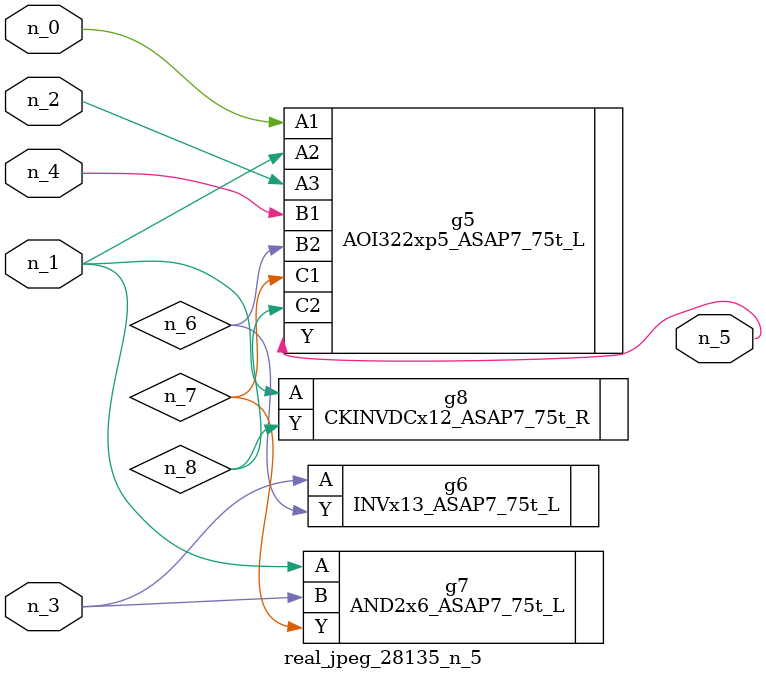
<source format=v>
module real_jpeg_28135_n_5 (n_4, n_0, n_1, n_2, n_3, n_5);

input n_4;
input n_0;
input n_1;
input n_2;
input n_3;

output n_5;

wire n_8;
wire n_6;
wire n_7;

AOI322xp5_ASAP7_75t_L g5 ( 
.A1(n_0),
.A2(n_1),
.A3(n_2),
.B1(n_4),
.B2(n_6),
.C1(n_7),
.C2(n_8),
.Y(n_5)
);

AND2x6_ASAP7_75t_L g7 ( 
.A(n_1),
.B(n_3),
.Y(n_7)
);

CKINVDCx12_ASAP7_75t_R g8 ( 
.A(n_1),
.Y(n_8)
);

INVx13_ASAP7_75t_L g6 ( 
.A(n_3),
.Y(n_6)
);


endmodule
</source>
